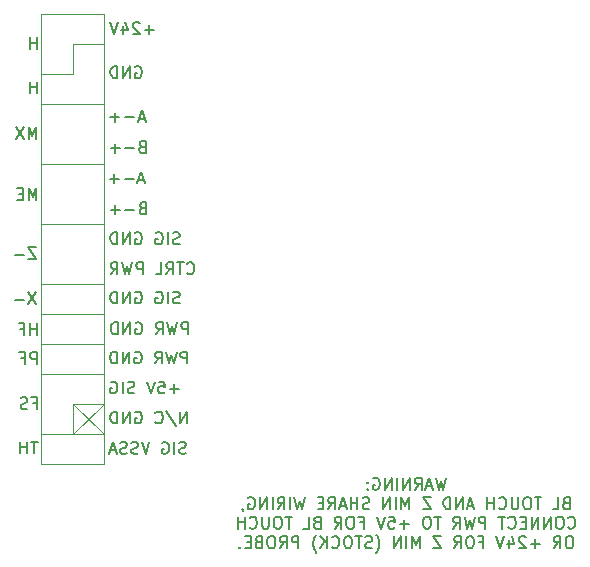
<source format=gbo>
G04 #@! TF.GenerationSoftware,KiCad,Pcbnew,(5.1.9)-1*
G04 #@! TF.CreationDate,2021-05-01T21:25:22-04:00*
G04 #@! TF.ProjectId,Transfer_Board,5472616e-7366-4657-925f-426f6172642e,rev?*
G04 #@! TF.SameCoordinates,Original*
G04 #@! TF.FileFunction,Legend,Bot*
G04 #@! TF.FilePolarity,Positive*
%FSLAX46Y46*%
G04 Gerber Fmt 4.6, Leading zero omitted, Abs format (unit mm)*
G04 Created by KiCad (PCBNEW (5.1.9)-1) date 2021-05-01 21:25:22*
%MOMM*%
%LPD*%
G01*
G04 APERTURE LIST*
%ADD10C,0.150000*%
%ADD11C,0.120000*%
G04 APERTURE END LIST*
D10*
X137873952Y-91465380D02*
X137635857Y-92465380D01*
X137445380Y-91751095D01*
X137254904Y-92465380D01*
X137016809Y-91465380D01*
X136683476Y-92179666D02*
X136207285Y-92179666D01*
X136778714Y-92465380D02*
X136445380Y-91465380D01*
X136112047Y-92465380D01*
X135207285Y-92465380D02*
X135540619Y-91989190D01*
X135778714Y-92465380D02*
X135778714Y-91465380D01*
X135397761Y-91465380D01*
X135302523Y-91513000D01*
X135254904Y-91560619D01*
X135207285Y-91655857D01*
X135207285Y-91798714D01*
X135254904Y-91893952D01*
X135302523Y-91941571D01*
X135397761Y-91989190D01*
X135778714Y-91989190D01*
X134778714Y-92465380D02*
X134778714Y-91465380D01*
X134207285Y-92465380D01*
X134207285Y-91465380D01*
X133731095Y-92465380D02*
X133731095Y-91465380D01*
X133254904Y-92465380D02*
X133254904Y-91465380D01*
X132683476Y-92465380D01*
X132683476Y-91465380D01*
X131683476Y-91513000D02*
X131778714Y-91465380D01*
X131921571Y-91465380D01*
X132064428Y-91513000D01*
X132159666Y-91608238D01*
X132207285Y-91703476D01*
X132254904Y-91893952D01*
X132254904Y-92036809D01*
X132207285Y-92227285D01*
X132159666Y-92322523D01*
X132064428Y-92417761D01*
X131921571Y-92465380D01*
X131826333Y-92465380D01*
X131683476Y-92417761D01*
X131635857Y-92370142D01*
X131635857Y-92036809D01*
X131826333Y-92036809D01*
X131207285Y-92370142D02*
X131159666Y-92417761D01*
X131207285Y-92465380D01*
X131254904Y-92417761D01*
X131207285Y-92370142D01*
X131207285Y-92465380D01*
X131207285Y-91846333D02*
X131159666Y-91893952D01*
X131207285Y-91941571D01*
X131254904Y-91893952D01*
X131207285Y-91846333D01*
X131207285Y-91941571D01*
X148016809Y-93591571D02*
X147873952Y-93639190D01*
X147826333Y-93686809D01*
X147778714Y-93782047D01*
X147778714Y-93924904D01*
X147826333Y-94020142D01*
X147873952Y-94067761D01*
X147969190Y-94115380D01*
X148350142Y-94115380D01*
X148350142Y-93115380D01*
X148016809Y-93115380D01*
X147921571Y-93163000D01*
X147873952Y-93210619D01*
X147826333Y-93305857D01*
X147826333Y-93401095D01*
X147873952Y-93496333D01*
X147921571Y-93543952D01*
X148016809Y-93591571D01*
X148350142Y-93591571D01*
X146873952Y-94115380D02*
X147350142Y-94115380D01*
X147350142Y-93115380D01*
X145921571Y-93115380D02*
X145350142Y-93115380D01*
X145635857Y-94115380D02*
X145635857Y-93115380D01*
X144826333Y-93115380D02*
X144635857Y-93115380D01*
X144540619Y-93163000D01*
X144445380Y-93258238D01*
X144397761Y-93448714D01*
X144397761Y-93782047D01*
X144445380Y-93972523D01*
X144540619Y-94067761D01*
X144635857Y-94115380D01*
X144826333Y-94115380D01*
X144921571Y-94067761D01*
X145016809Y-93972523D01*
X145064428Y-93782047D01*
X145064428Y-93448714D01*
X145016809Y-93258238D01*
X144921571Y-93163000D01*
X144826333Y-93115380D01*
X143969190Y-93115380D02*
X143969190Y-93924904D01*
X143921571Y-94020142D01*
X143873952Y-94067761D01*
X143778714Y-94115380D01*
X143588238Y-94115380D01*
X143493000Y-94067761D01*
X143445380Y-94020142D01*
X143397761Y-93924904D01*
X143397761Y-93115380D01*
X142350142Y-94020142D02*
X142397761Y-94067761D01*
X142540619Y-94115380D01*
X142635857Y-94115380D01*
X142778714Y-94067761D01*
X142873952Y-93972523D01*
X142921571Y-93877285D01*
X142969190Y-93686809D01*
X142969190Y-93543952D01*
X142921571Y-93353476D01*
X142873952Y-93258238D01*
X142778714Y-93163000D01*
X142635857Y-93115380D01*
X142540619Y-93115380D01*
X142397761Y-93163000D01*
X142350142Y-93210619D01*
X141921571Y-94115380D02*
X141921571Y-93115380D01*
X141921571Y-93591571D02*
X141350142Y-93591571D01*
X141350142Y-94115380D02*
X141350142Y-93115380D01*
X140159666Y-93829666D02*
X139683476Y-93829666D01*
X140254904Y-94115380D02*
X139921571Y-93115380D01*
X139588238Y-94115380D01*
X139254904Y-94115380D02*
X139254904Y-93115380D01*
X138683476Y-94115380D01*
X138683476Y-93115380D01*
X138207285Y-94115380D02*
X138207285Y-93115380D01*
X137969190Y-93115380D01*
X137826333Y-93163000D01*
X137731095Y-93258238D01*
X137683476Y-93353476D01*
X137635857Y-93543952D01*
X137635857Y-93686809D01*
X137683476Y-93877285D01*
X137731095Y-93972523D01*
X137826333Y-94067761D01*
X137969190Y-94115380D01*
X138207285Y-94115380D01*
X136540619Y-93115380D02*
X135873952Y-93115380D01*
X136540619Y-94115380D01*
X135873952Y-94115380D01*
X134731095Y-94115380D02*
X134731095Y-93115380D01*
X134397761Y-93829666D01*
X134064428Y-93115380D01*
X134064428Y-94115380D01*
X133588238Y-94115380D02*
X133588238Y-93115380D01*
X133112047Y-94115380D02*
X133112047Y-93115380D01*
X132540619Y-94115380D01*
X132540619Y-93115380D01*
X131350142Y-94067761D02*
X131207285Y-94115380D01*
X130969190Y-94115380D01*
X130873952Y-94067761D01*
X130826333Y-94020142D01*
X130778714Y-93924904D01*
X130778714Y-93829666D01*
X130826333Y-93734428D01*
X130873952Y-93686809D01*
X130969190Y-93639190D01*
X131159666Y-93591571D01*
X131254904Y-93543952D01*
X131302523Y-93496333D01*
X131350142Y-93401095D01*
X131350142Y-93305857D01*
X131302523Y-93210619D01*
X131254904Y-93163000D01*
X131159666Y-93115380D01*
X130921571Y-93115380D01*
X130778714Y-93163000D01*
X130350142Y-94115380D02*
X130350142Y-93115380D01*
X130350142Y-93591571D02*
X129778714Y-93591571D01*
X129778714Y-94115380D02*
X129778714Y-93115380D01*
X129350142Y-93829666D02*
X128873952Y-93829666D01*
X129445380Y-94115380D02*
X129112047Y-93115380D01*
X128778714Y-94115380D01*
X127873952Y-94115380D02*
X128207285Y-93639190D01*
X128445380Y-94115380D02*
X128445380Y-93115380D01*
X128064428Y-93115380D01*
X127969190Y-93163000D01*
X127921571Y-93210619D01*
X127873952Y-93305857D01*
X127873952Y-93448714D01*
X127921571Y-93543952D01*
X127969190Y-93591571D01*
X128064428Y-93639190D01*
X128445380Y-93639190D01*
X127445380Y-93591571D02*
X127112047Y-93591571D01*
X126969190Y-94115380D02*
X127445380Y-94115380D01*
X127445380Y-93115380D01*
X126969190Y-93115380D01*
X125873952Y-93115380D02*
X125635857Y-94115380D01*
X125445380Y-93401095D01*
X125254904Y-94115380D01*
X125016809Y-93115380D01*
X124635857Y-94115380D02*
X124635857Y-93115380D01*
X123588238Y-94115380D02*
X123921571Y-93639190D01*
X124159666Y-94115380D02*
X124159666Y-93115380D01*
X123778714Y-93115380D01*
X123683476Y-93163000D01*
X123635857Y-93210619D01*
X123588238Y-93305857D01*
X123588238Y-93448714D01*
X123635857Y-93543952D01*
X123683476Y-93591571D01*
X123778714Y-93639190D01*
X124159666Y-93639190D01*
X123159666Y-94115380D02*
X123159666Y-93115380D01*
X122683476Y-94115380D02*
X122683476Y-93115380D01*
X122112047Y-94115380D01*
X122112047Y-93115380D01*
X121112047Y-93163000D02*
X121207285Y-93115380D01*
X121350142Y-93115380D01*
X121493000Y-93163000D01*
X121588238Y-93258238D01*
X121635857Y-93353476D01*
X121683476Y-93543952D01*
X121683476Y-93686809D01*
X121635857Y-93877285D01*
X121588238Y-93972523D01*
X121493000Y-94067761D01*
X121350142Y-94115380D01*
X121254904Y-94115380D01*
X121112047Y-94067761D01*
X121064428Y-94020142D01*
X121064428Y-93686809D01*
X121254904Y-93686809D01*
X120588238Y-94067761D02*
X120588238Y-94115380D01*
X120635857Y-94210619D01*
X120683476Y-94258238D01*
X148183476Y-95670142D02*
X148231095Y-95717761D01*
X148373952Y-95765380D01*
X148469190Y-95765380D01*
X148612047Y-95717761D01*
X148707285Y-95622523D01*
X148754904Y-95527285D01*
X148802523Y-95336809D01*
X148802523Y-95193952D01*
X148754904Y-95003476D01*
X148707285Y-94908238D01*
X148612047Y-94813000D01*
X148469190Y-94765380D01*
X148373952Y-94765380D01*
X148231095Y-94813000D01*
X148183476Y-94860619D01*
X147564428Y-94765380D02*
X147373952Y-94765380D01*
X147278714Y-94813000D01*
X147183476Y-94908238D01*
X147135857Y-95098714D01*
X147135857Y-95432047D01*
X147183476Y-95622523D01*
X147278714Y-95717761D01*
X147373952Y-95765380D01*
X147564428Y-95765380D01*
X147659666Y-95717761D01*
X147754904Y-95622523D01*
X147802523Y-95432047D01*
X147802523Y-95098714D01*
X147754904Y-94908238D01*
X147659666Y-94813000D01*
X147564428Y-94765380D01*
X146707285Y-95765380D02*
X146707285Y-94765380D01*
X146135857Y-95765380D01*
X146135857Y-94765380D01*
X145659666Y-95765380D02*
X145659666Y-94765380D01*
X145088238Y-95765380D01*
X145088238Y-94765380D01*
X144612047Y-95241571D02*
X144278714Y-95241571D01*
X144135857Y-95765380D02*
X144612047Y-95765380D01*
X144612047Y-94765380D01*
X144135857Y-94765380D01*
X143135857Y-95670142D02*
X143183476Y-95717761D01*
X143326333Y-95765380D01*
X143421571Y-95765380D01*
X143564428Y-95717761D01*
X143659666Y-95622523D01*
X143707285Y-95527285D01*
X143754904Y-95336809D01*
X143754904Y-95193952D01*
X143707285Y-95003476D01*
X143659666Y-94908238D01*
X143564428Y-94813000D01*
X143421571Y-94765380D01*
X143326333Y-94765380D01*
X143183476Y-94813000D01*
X143135857Y-94860619D01*
X142850142Y-94765380D02*
X142278714Y-94765380D01*
X142564428Y-95765380D02*
X142564428Y-94765380D01*
X141183476Y-95765380D02*
X141183476Y-94765380D01*
X140802523Y-94765380D01*
X140707285Y-94813000D01*
X140659666Y-94860619D01*
X140612047Y-94955857D01*
X140612047Y-95098714D01*
X140659666Y-95193952D01*
X140707285Y-95241571D01*
X140802523Y-95289190D01*
X141183476Y-95289190D01*
X140278714Y-94765380D02*
X140040619Y-95765380D01*
X139850142Y-95051095D01*
X139659666Y-95765380D01*
X139421571Y-94765380D01*
X138469190Y-95765380D02*
X138802523Y-95289190D01*
X139040619Y-95765380D02*
X139040619Y-94765380D01*
X138659666Y-94765380D01*
X138564428Y-94813000D01*
X138516809Y-94860619D01*
X138469190Y-94955857D01*
X138469190Y-95098714D01*
X138516809Y-95193952D01*
X138564428Y-95241571D01*
X138659666Y-95289190D01*
X139040619Y-95289190D01*
X137421571Y-94765380D02*
X136850142Y-94765380D01*
X137135857Y-95765380D02*
X137135857Y-94765380D01*
X136326333Y-94765380D02*
X136135857Y-94765380D01*
X136040619Y-94813000D01*
X135945380Y-94908238D01*
X135897761Y-95098714D01*
X135897761Y-95432047D01*
X135945380Y-95622523D01*
X136040619Y-95717761D01*
X136135857Y-95765380D01*
X136326333Y-95765380D01*
X136421571Y-95717761D01*
X136516809Y-95622523D01*
X136564428Y-95432047D01*
X136564428Y-95098714D01*
X136516809Y-94908238D01*
X136421571Y-94813000D01*
X136326333Y-94765380D01*
X134707285Y-95384428D02*
X133945380Y-95384428D01*
X134326333Y-95765380D02*
X134326333Y-95003476D01*
X132993000Y-94765380D02*
X133469190Y-94765380D01*
X133516809Y-95241571D01*
X133469190Y-95193952D01*
X133373952Y-95146333D01*
X133135857Y-95146333D01*
X133040619Y-95193952D01*
X132993000Y-95241571D01*
X132945380Y-95336809D01*
X132945380Y-95574904D01*
X132993000Y-95670142D01*
X133040619Y-95717761D01*
X133135857Y-95765380D01*
X133373952Y-95765380D01*
X133469190Y-95717761D01*
X133516809Y-95670142D01*
X132659666Y-94765380D02*
X132326333Y-95765380D01*
X131993000Y-94765380D01*
X130564428Y-95241571D02*
X130897761Y-95241571D01*
X130897761Y-95765380D02*
X130897761Y-94765380D01*
X130421571Y-94765380D01*
X129850142Y-94765380D02*
X129659666Y-94765380D01*
X129564428Y-94813000D01*
X129469190Y-94908238D01*
X129421571Y-95098714D01*
X129421571Y-95432047D01*
X129469190Y-95622523D01*
X129564428Y-95717761D01*
X129659666Y-95765380D01*
X129850142Y-95765380D01*
X129945380Y-95717761D01*
X130040619Y-95622523D01*
X130088238Y-95432047D01*
X130088238Y-95098714D01*
X130040619Y-94908238D01*
X129945380Y-94813000D01*
X129850142Y-94765380D01*
X128421571Y-95765380D02*
X128754904Y-95289190D01*
X128993000Y-95765380D02*
X128993000Y-94765380D01*
X128612047Y-94765380D01*
X128516809Y-94813000D01*
X128469190Y-94860619D01*
X128421571Y-94955857D01*
X128421571Y-95098714D01*
X128469190Y-95193952D01*
X128516809Y-95241571D01*
X128612047Y-95289190D01*
X128993000Y-95289190D01*
X126897761Y-95241571D02*
X126754904Y-95289190D01*
X126707285Y-95336809D01*
X126659666Y-95432047D01*
X126659666Y-95574904D01*
X126707285Y-95670142D01*
X126754904Y-95717761D01*
X126850142Y-95765380D01*
X127231095Y-95765380D01*
X127231095Y-94765380D01*
X126897761Y-94765380D01*
X126802523Y-94813000D01*
X126754904Y-94860619D01*
X126707285Y-94955857D01*
X126707285Y-95051095D01*
X126754904Y-95146333D01*
X126802523Y-95193952D01*
X126897761Y-95241571D01*
X127231095Y-95241571D01*
X125754904Y-95765380D02*
X126231095Y-95765380D01*
X126231095Y-94765380D01*
X124802523Y-94765380D02*
X124231095Y-94765380D01*
X124516809Y-95765380D02*
X124516809Y-94765380D01*
X123707285Y-94765380D02*
X123516809Y-94765380D01*
X123421571Y-94813000D01*
X123326333Y-94908238D01*
X123278714Y-95098714D01*
X123278714Y-95432047D01*
X123326333Y-95622523D01*
X123421571Y-95717761D01*
X123516809Y-95765380D01*
X123707285Y-95765380D01*
X123802523Y-95717761D01*
X123897761Y-95622523D01*
X123945380Y-95432047D01*
X123945380Y-95098714D01*
X123897761Y-94908238D01*
X123802523Y-94813000D01*
X123707285Y-94765380D01*
X122850142Y-94765380D02*
X122850142Y-95574904D01*
X122802523Y-95670142D01*
X122754904Y-95717761D01*
X122659666Y-95765380D01*
X122469190Y-95765380D01*
X122373952Y-95717761D01*
X122326333Y-95670142D01*
X122278714Y-95574904D01*
X122278714Y-94765380D01*
X121231095Y-95670142D02*
X121278714Y-95717761D01*
X121421571Y-95765380D01*
X121516809Y-95765380D01*
X121659666Y-95717761D01*
X121754904Y-95622523D01*
X121802523Y-95527285D01*
X121850142Y-95336809D01*
X121850142Y-95193952D01*
X121802523Y-95003476D01*
X121754904Y-94908238D01*
X121659666Y-94813000D01*
X121516809Y-94765380D01*
X121421571Y-94765380D01*
X121278714Y-94813000D01*
X121231095Y-94860619D01*
X120802523Y-95765380D02*
X120802523Y-94765380D01*
X120802523Y-95241571D02*
X120231095Y-95241571D01*
X120231095Y-95765380D02*
X120231095Y-94765380D01*
X148397761Y-96415380D02*
X148207285Y-96415380D01*
X148112047Y-96463000D01*
X148016809Y-96558238D01*
X147969190Y-96748714D01*
X147969190Y-97082047D01*
X148016809Y-97272523D01*
X148112047Y-97367761D01*
X148207285Y-97415380D01*
X148397761Y-97415380D01*
X148493000Y-97367761D01*
X148588238Y-97272523D01*
X148635857Y-97082047D01*
X148635857Y-96748714D01*
X148588238Y-96558238D01*
X148493000Y-96463000D01*
X148397761Y-96415380D01*
X146969190Y-97415380D02*
X147302523Y-96939190D01*
X147540619Y-97415380D02*
X147540619Y-96415380D01*
X147159666Y-96415380D01*
X147064428Y-96463000D01*
X147016809Y-96510619D01*
X146969190Y-96605857D01*
X146969190Y-96748714D01*
X147016809Y-96843952D01*
X147064428Y-96891571D01*
X147159666Y-96939190D01*
X147540619Y-96939190D01*
X145778714Y-97034428D02*
X145016809Y-97034428D01*
X145397761Y-97415380D02*
X145397761Y-96653476D01*
X144588238Y-96510619D02*
X144540619Y-96463000D01*
X144445380Y-96415380D01*
X144207285Y-96415380D01*
X144112047Y-96463000D01*
X144064428Y-96510619D01*
X144016809Y-96605857D01*
X144016809Y-96701095D01*
X144064428Y-96843952D01*
X144635857Y-97415380D01*
X144016809Y-97415380D01*
X143159666Y-96748714D02*
X143159666Y-97415380D01*
X143397761Y-96367761D02*
X143635857Y-97082047D01*
X143016809Y-97082047D01*
X142778714Y-96415380D02*
X142445380Y-97415380D01*
X142112047Y-96415380D01*
X140683476Y-96891571D02*
X141016809Y-96891571D01*
X141016809Y-97415380D02*
X141016809Y-96415380D01*
X140540619Y-96415380D01*
X139969190Y-96415380D02*
X139778714Y-96415380D01*
X139683476Y-96463000D01*
X139588238Y-96558238D01*
X139540619Y-96748714D01*
X139540619Y-97082047D01*
X139588238Y-97272523D01*
X139683476Y-97367761D01*
X139778714Y-97415380D01*
X139969190Y-97415380D01*
X140064428Y-97367761D01*
X140159666Y-97272523D01*
X140207285Y-97082047D01*
X140207285Y-96748714D01*
X140159666Y-96558238D01*
X140064428Y-96463000D01*
X139969190Y-96415380D01*
X138540619Y-97415380D02*
X138873952Y-96939190D01*
X139112047Y-97415380D02*
X139112047Y-96415380D01*
X138731095Y-96415380D01*
X138635857Y-96463000D01*
X138588238Y-96510619D01*
X138540619Y-96605857D01*
X138540619Y-96748714D01*
X138588238Y-96843952D01*
X138635857Y-96891571D01*
X138731095Y-96939190D01*
X139112047Y-96939190D01*
X137445380Y-96415380D02*
X136778714Y-96415380D01*
X137445380Y-97415380D01*
X136778714Y-97415380D01*
X135635857Y-97415380D02*
X135635857Y-96415380D01*
X135302523Y-97129666D01*
X134969190Y-96415380D01*
X134969190Y-97415380D01*
X134493000Y-97415380D02*
X134493000Y-96415380D01*
X134016809Y-97415380D02*
X134016809Y-96415380D01*
X133445380Y-97415380D01*
X133445380Y-96415380D01*
X131921571Y-97796333D02*
X131969190Y-97748714D01*
X132064428Y-97605857D01*
X132112047Y-97510619D01*
X132159666Y-97367761D01*
X132207285Y-97129666D01*
X132207285Y-96939190D01*
X132159666Y-96701095D01*
X132112047Y-96558238D01*
X132064428Y-96463000D01*
X131969190Y-96320142D01*
X131921571Y-96272523D01*
X131588238Y-97367761D02*
X131445380Y-97415380D01*
X131207285Y-97415380D01*
X131112047Y-97367761D01*
X131064428Y-97320142D01*
X131016809Y-97224904D01*
X131016809Y-97129666D01*
X131064428Y-97034428D01*
X131112047Y-96986809D01*
X131207285Y-96939190D01*
X131397761Y-96891571D01*
X131493000Y-96843952D01*
X131540619Y-96796333D01*
X131588238Y-96701095D01*
X131588238Y-96605857D01*
X131540619Y-96510619D01*
X131493000Y-96463000D01*
X131397761Y-96415380D01*
X131159666Y-96415380D01*
X131016809Y-96463000D01*
X130731095Y-96415380D02*
X130159666Y-96415380D01*
X130445380Y-97415380D02*
X130445380Y-96415380D01*
X129635857Y-96415380D02*
X129445380Y-96415380D01*
X129350142Y-96463000D01*
X129254904Y-96558238D01*
X129207285Y-96748714D01*
X129207285Y-97082047D01*
X129254904Y-97272523D01*
X129350142Y-97367761D01*
X129445380Y-97415380D01*
X129635857Y-97415380D01*
X129731095Y-97367761D01*
X129826333Y-97272523D01*
X129873952Y-97082047D01*
X129873952Y-96748714D01*
X129826333Y-96558238D01*
X129731095Y-96463000D01*
X129635857Y-96415380D01*
X128207285Y-97320142D02*
X128254904Y-97367761D01*
X128397761Y-97415380D01*
X128493000Y-97415380D01*
X128635857Y-97367761D01*
X128731095Y-97272523D01*
X128778714Y-97177285D01*
X128826333Y-96986809D01*
X128826333Y-96843952D01*
X128778714Y-96653476D01*
X128731095Y-96558238D01*
X128635857Y-96463000D01*
X128493000Y-96415380D01*
X128397761Y-96415380D01*
X128254904Y-96463000D01*
X128207285Y-96510619D01*
X127778714Y-97415380D02*
X127778714Y-96415380D01*
X127207285Y-97415380D02*
X127635857Y-96843952D01*
X127207285Y-96415380D02*
X127778714Y-96986809D01*
X126873952Y-97796333D02*
X126826333Y-97748714D01*
X126731095Y-97605857D01*
X126683476Y-97510619D01*
X126635857Y-97367761D01*
X126588238Y-97129666D01*
X126588238Y-96939190D01*
X126635857Y-96701095D01*
X126683476Y-96558238D01*
X126731095Y-96463000D01*
X126826333Y-96320142D01*
X126873952Y-96272523D01*
X125350142Y-97415380D02*
X125350142Y-96415380D01*
X124969190Y-96415380D01*
X124873952Y-96463000D01*
X124826333Y-96510619D01*
X124778714Y-96605857D01*
X124778714Y-96748714D01*
X124826333Y-96843952D01*
X124873952Y-96891571D01*
X124969190Y-96939190D01*
X125350142Y-96939190D01*
X123778714Y-97415380D02*
X124112047Y-96939190D01*
X124350142Y-97415380D02*
X124350142Y-96415380D01*
X123969190Y-96415380D01*
X123873952Y-96463000D01*
X123826333Y-96510619D01*
X123778714Y-96605857D01*
X123778714Y-96748714D01*
X123826333Y-96843952D01*
X123873952Y-96891571D01*
X123969190Y-96939190D01*
X124350142Y-96939190D01*
X123159666Y-96415380D02*
X122969190Y-96415380D01*
X122873952Y-96463000D01*
X122778714Y-96558238D01*
X122731095Y-96748714D01*
X122731095Y-97082047D01*
X122778714Y-97272523D01*
X122873952Y-97367761D01*
X122969190Y-97415380D01*
X123159666Y-97415380D01*
X123254904Y-97367761D01*
X123350142Y-97272523D01*
X123397761Y-97082047D01*
X123397761Y-96748714D01*
X123350142Y-96558238D01*
X123254904Y-96463000D01*
X123159666Y-96415380D01*
X121969190Y-96891571D02*
X121826333Y-96939190D01*
X121778714Y-96986809D01*
X121731095Y-97082047D01*
X121731095Y-97224904D01*
X121778714Y-97320142D01*
X121826333Y-97367761D01*
X121921571Y-97415380D01*
X122302523Y-97415380D01*
X122302523Y-96415380D01*
X121969190Y-96415380D01*
X121873952Y-96463000D01*
X121826333Y-96510619D01*
X121778714Y-96605857D01*
X121778714Y-96701095D01*
X121826333Y-96796333D01*
X121873952Y-96843952D01*
X121969190Y-96891571D01*
X122302523Y-96891571D01*
X121302523Y-96891571D02*
X120969190Y-96891571D01*
X120826333Y-97415380D02*
X121302523Y-97415380D01*
X121302523Y-96415380D01*
X120826333Y-96415380D01*
X120397761Y-97320142D02*
X120350142Y-97367761D01*
X120397761Y-97415380D01*
X120445380Y-97367761D01*
X120397761Y-97320142D01*
X120397761Y-97415380D01*
X115225152Y-83942228D02*
X114463247Y-83942228D01*
X114844200Y-84323180D02*
X114844200Y-83561276D01*
X113510866Y-83323180D02*
X113987057Y-83323180D01*
X114034676Y-83799371D01*
X113987057Y-83751752D01*
X113891819Y-83704133D01*
X113653723Y-83704133D01*
X113558485Y-83751752D01*
X113510866Y-83799371D01*
X113463247Y-83894609D01*
X113463247Y-84132704D01*
X113510866Y-84227942D01*
X113558485Y-84275561D01*
X113653723Y-84323180D01*
X113891819Y-84323180D01*
X113987057Y-84275561D01*
X114034676Y-84227942D01*
X113177533Y-83323180D02*
X112844200Y-84323180D01*
X112510866Y-83323180D01*
X111463247Y-84275561D02*
X111320390Y-84323180D01*
X111082295Y-84323180D01*
X110987057Y-84275561D01*
X110939438Y-84227942D01*
X110891819Y-84132704D01*
X110891819Y-84037466D01*
X110939438Y-83942228D01*
X110987057Y-83894609D01*
X111082295Y-83846990D01*
X111272771Y-83799371D01*
X111368009Y-83751752D01*
X111415628Y-83704133D01*
X111463247Y-83608895D01*
X111463247Y-83513657D01*
X111415628Y-83418419D01*
X111368009Y-83370800D01*
X111272771Y-83323180D01*
X111034676Y-83323180D01*
X110891819Y-83370800D01*
X110463247Y-84323180D02*
X110463247Y-83323180D01*
X109463247Y-83370800D02*
X109558485Y-83323180D01*
X109701342Y-83323180D01*
X109844200Y-83370800D01*
X109939438Y-83466038D01*
X109987057Y-83561276D01*
X110034676Y-83751752D01*
X110034676Y-83894609D01*
X109987057Y-84085085D01*
X109939438Y-84180323D01*
X109844200Y-84275561D01*
X109701342Y-84323180D01*
X109606104Y-84323180D01*
X109463247Y-84275561D01*
X109415628Y-84227942D01*
X109415628Y-83894609D01*
X109606104Y-83894609D01*
X115914085Y-86863180D02*
X115914085Y-85863180D01*
X115342657Y-86863180D01*
X115342657Y-85863180D01*
X114152180Y-85815561D02*
X115009323Y-87101276D01*
X113247419Y-86767942D02*
X113295038Y-86815561D01*
X113437895Y-86863180D01*
X113533133Y-86863180D01*
X113675990Y-86815561D01*
X113771228Y-86720323D01*
X113818847Y-86625085D01*
X113866466Y-86434609D01*
X113866466Y-86291752D01*
X113818847Y-86101276D01*
X113771228Y-86006038D01*
X113675990Y-85910800D01*
X113533133Y-85863180D01*
X113437895Y-85863180D01*
X113295038Y-85910800D01*
X113247419Y-85958419D01*
X111533133Y-85910800D02*
X111628371Y-85863180D01*
X111771228Y-85863180D01*
X111914085Y-85910800D01*
X112009323Y-86006038D01*
X112056942Y-86101276D01*
X112104561Y-86291752D01*
X112104561Y-86434609D01*
X112056942Y-86625085D01*
X112009323Y-86720323D01*
X111914085Y-86815561D01*
X111771228Y-86863180D01*
X111675990Y-86863180D01*
X111533133Y-86815561D01*
X111485514Y-86767942D01*
X111485514Y-86434609D01*
X111675990Y-86434609D01*
X111056942Y-86863180D02*
X111056942Y-85863180D01*
X110485514Y-86863180D01*
X110485514Y-85863180D01*
X110009323Y-86863180D02*
X110009323Y-85863180D01*
X109771228Y-85863180D01*
X109628371Y-85910800D01*
X109533133Y-86006038D01*
X109485514Y-86101276D01*
X109437895Y-86291752D01*
X109437895Y-86434609D01*
X109485514Y-86625085D01*
X109533133Y-86720323D01*
X109628371Y-86815561D01*
X109771228Y-86863180D01*
X110009323Y-86863180D01*
X115837885Y-89380961D02*
X115695028Y-89428580D01*
X115456933Y-89428580D01*
X115361695Y-89380961D01*
X115314076Y-89333342D01*
X115266457Y-89238104D01*
X115266457Y-89142866D01*
X115314076Y-89047628D01*
X115361695Y-89000009D01*
X115456933Y-88952390D01*
X115647409Y-88904771D01*
X115742647Y-88857152D01*
X115790266Y-88809533D01*
X115837885Y-88714295D01*
X115837885Y-88619057D01*
X115790266Y-88523819D01*
X115742647Y-88476200D01*
X115647409Y-88428580D01*
X115409314Y-88428580D01*
X115266457Y-88476200D01*
X114837885Y-89428580D02*
X114837885Y-88428580D01*
X113837885Y-88476200D02*
X113933123Y-88428580D01*
X114075980Y-88428580D01*
X114218838Y-88476200D01*
X114314076Y-88571438D01*
X114361695Y-88666676D01*
X114409314Y-88857152D01*
X114409314Y-89000009D01*
X114361695Y-89190485D01*
X114314076Y-89285723D01*
X114218838Y-89380961D01*
X114075980Y-89428580D01*
X113980742Y-89428580D01*
X113837885Y-89380961D01*
X113790266Y-89333342D01*
X113790266Y-89000009D01*
X113980742Y-89000009D01*
X112742647Y-88428580D02*
X112409314Y-89428580D01*
X112075980Y-88428580D01*
X111790266Y-89380961D02*
X111647409Y-89428580D01*
X111409314Y-89428580D01*
X111314076Y-89380961D01*
X111266457Y-89333342D01*
X111218838Y-89238104D01*
X111218838Y-89142866D01*
X111266457Y-89047628D01*
X111314076Y-89000009D01*
X111409314Y-88952390D01*
X111599790Y-88904771D01*
X111695028Y-88857152D01*
X111742647Y-88809533D01*
X111790266Y-88714295D01*
X111790266Y-88619057D01*
X111742647Y-88523819D01*
X111695028Y-88476200D01*
X111599790Y-88428580D01*
X111361695Y-88428580D01*
X111218838Y-88476200D01*
X110837885Y-89380961D02*
X110695028Y-89428580D01*
X110456933Y-89428580D01*
X110361695Y-89380961D01*
X110314076Y-89333342D01*
X110266457Y-89238104D01*
X110266457Y-89142866D01*
X110314076Y-89047628D01*
X110361695Y-89000009D01*
X110456933Y-88952390D01*
X110647409Y-88904771D01*
X110742647Y-88857152D01*
X110790266Y-88809533D01*
X110837885Y-88714295D01*
X110837885Y-88619057D01*
X110790266Y-88523819D01*
X110742647Y-88476200D01*
X110647409Y-88428580D01*
X110409314Y-88428580D01*
X110266457Y-88476200D01*
X109885504Y-89142866D02*
X109409314Y-89142866D01*
X109980742Y-89428580D02*
X109647409Y-88428580D01*
X109314076Y-89428580D01*
X115937895Y-81783180D02*
X115937895Y-80783180D01*
X115556942Y-80783180D01*
X115461704Y-80830800D01*
X115414085Y-80878419D01*
X115366466Y-80973657D01*
X115366466Y-81116514D01*
X115414085Y-81211752D01*
X115461704Y-81259371D01*
X115556942Y-81306990D01*
X115937895Y-81306990D01*
X115033133Y-80783180D02*
X114795038Y-81783180D01*
X114604561Y-81068895D01*
X114414085Y-81783180D01*
X114175990Y-80783180D01*
X113223609Y-81783180D02*
X113556942Y-81306990D01*
X113795038Y-81783180D02*
X113795038Y-80783180D01*
X113414085Y-80783180D01*
X113318847Y-80830800D01*
X113271228Y-80878419D01*
X113223609Y-80973657D01*
X113223609Y-81116514D01*
X113271228Y-81211752D01*
X113318847Y-81259371D01*
X113414085Y-81306990D01*
X113795038Y-81306990D01*
X111509323Y-80830800D02*
X111604561Y-80783180D01*
X111747419Y-80783180D01*
X111890276Y-80830800D01*
X111985514Y-80926038D01*
X112033133Y-81021276D01*
X112080752Y-81211752D01*
X112080752Y-81354609D01*
X112033133Y-81545085D01*
X111985514Y-81640323D01*
X111890276Y-81735561D01*
X111747419Y-81783180D01*
X111652180Y-81783180D01*
X111509323Y-81735561D01*
X111461704Y-81687942D01*
X111461704Y-81354609D01*
X111652180Y-81354609D01*
X111033133Y-81783180D02*
X111033133Y-80783180D01*
X110461704Y-81783180D01*
X110461704Y-80783180D01*
X109985514Y-81783180D02*
X109985514Y-80783180D01*
X109747419Y-80783180D01*
X109604561Y-80830800D01*
X109509323Y-80926038D01*
X109461704Y-81021276D01*
X109414085Y-81211752D01*
X109414085Y-81354609D01*
X109461704Y-81545085D01*
X109509323Y-81640323D01*
X109604561Y-81735561D01*
X109747419Y-81783180D01*
X109985514Y-81783180D01*
X115988695Y-79306680D02*
X115988695Y-78306680D01*
X115607742Y-78306680D01*
X115512504Y-78354300D01*
X115464885Y-78401919D01*
X115417266Y-78497157D01*
X115417266Y-78640014D01*
X115464885Y-78735252D01*
X115512504Y-78782871D01*
X115607742Y-78830490D01*
X115988695Y-78830490D01*
X115083933Y-78306680D02*
X114845838Y-79306680D01*
X114655361Y-78592395D01*
X114464885Y-79306680D01*
X114226790Y-78306680D01*
X113274409Y-79306680D02*
X113607742Y-78830490D01*
X113845838Y-79306680D02*
X113845838Y-78306680D01*
X113464885Y-78306680D01*
X113369647Y-78354300D01*
X113322028Y-78401919D01*
X113274409Y-78497157D01*
X113274409Y-78640014D01*
X113322028Y-78735252D01*
X113369647Y-78782871D01*
X113464885Y-78830490D01*
X113845838Y-78830490D01*
X111560123Y-78354300D02*
X111655361Y-78306680D01*
X111798219Y-78306680D01*
X111941076Y-78354300D01*
X112036314Y-78449538D01*
X112083933Y-78544776D01*
X112131552Y-78735252D01*
X112131552Y-78878109D01*
X112083933Y-79068585D01*
X112036314Y-79163823D01*
X111941076Y-79259061D01*
X111798219Y-79306680D01*
X111702980Y-79306680D01*
X111560123Y-79259061D01*
X111512504Y-79211442D01*
X111512504Y-78878109D01*
X111702980Y-78878109D01*
X111083933Y-79306680D02*
X111083933Y-78306680D01*
X110512504Y-79306680D01*
X110512504Y-78306680D01*
X110036314Y-79306680D02*
X110036314Y-78306680D01*
X109798219Y-78306680D01*
X109655361Y-78354300D01*
X109560123Y-78449538D01*
X109512504Y-78544776D01*
X109464885Y-78735252D01*
X109464885Y-78878109D01*
X109512504Y-79068585D01*
X109560123Y-79163823D01*
X109655361Y-79259061D01*
X109798219Y-79306680D01*
X110036314Y-79306680D01*
X115298171Y-76655561D02*
X115155314Y-76703180D01*
X114917219Y-76703180D01*
X114821980Y-76655561D01*
X114774361Y-76607942D01*
X114726742Y-76512704D01*
X114726742Y-76417466D01*
X114774361Y-76322228D01*
X114821980Y-76274609D01*
X114917219Y-76226990D01*
X115107695Y-76179371D01*
X115202933Y-76131752D01*
X115250552Y-76084133D01*
X115298171Y-75988895D01*
X115298171Y-75893657D01*
X115250552Y-75798419D01*
X115202933Y-75750800D01*
X115107695Y-75703180D01*
X114869600Y-75703180D01*
X114726742Y-75750800D01*
X114298171Y-76703180D02*
X114298171Y-75703180D01*
X113298171Y-75750800D02*
X113393409Y-75703180D01*
X113536266Y-75703180D01*
X113679123Y-75750800D01*
X113774361Y-75846038D01*
X113821980Y-75941276D01*
X113869600Y-76131752D01*
X113869600Y-76274609D01*
X113821980Y-76465085D01*
X113774361Y-76560323D01*
X113679123Y-76655561D01*
X113536266Y-76703180D01*
X113441028Y-76703180D01*
X113298171Y-76655561D01*
X113250552Y-76607942D01*
X113250552Y-76274609D01*
X113441028Y-76274609D01*
X111536266Y-75750800D02*
X111631504Y-75703180D01*
X111774361Y-75703180D01*
X111917219Y-75750800D01*
X112012457Y-75846038D01*
X112060076Y-75941276D01*
X112107695Y-76131752D01*
X112107695Y-76274609D01*
X112060076Y-76465085D01*
X112012457Y-76560323D01*
X111917219Y-76655561D01*
X111774361Y-76703180D01*
X111679123Y-76703180D01*
X111536266Y-76655561D01*
X111488647Y-76607942D01*
X111488647Y-76274609D01*
X111679123Y-76274609D01*
X111060076Y-76703180D02*
X111060076Y-75703180D01*
X110488647Y-76703180D01*
X110488647Y-75703180D01*
X110012457Y-76703180D02*
X110012457Y-75703180D01*
X109774361Y-75703180D01*
X109631504Y-75750800D01*
X109536266Y-75846038D01*
X109488647Y-75941276D01*
X109441028Y-76131752D01*
X109441028Y-76274609D01*
X109488647Y-76465085D01*
X109536266Y-76560323D01*
X109631504Y-76655561D01*
X109774361Y-76703180D01*
X110012457Y-76703180D01*
X115933171Y-74131442D02*
X115980790Y-74179061D01*
X116123647Y-74226680D01*
X116218885Y-74226680D01*
X116361742Y-74179061D01*
X116456980Y-74083823D01*
X116504600Y-73988585D01*
X116552219Y-73798109D01*
X116552219Y-73655252D01*
X116504600Y-73464776D01*
X116456980Y-73369538D01*
X116361742Y-73274300D01*
X116218885Y-73226680D01*
X116123647Y-73226680D01*
X115980790Y-73274300D01*
X115933171Y-73321919D01*
X115647457Y-73226680D02*
X115076028Y-73226680D01*
X115361742Y-74226680D02*
X115361742Y-73226680D01*
X114171266Y-74226680D02*
X114504600Y-73750490D01*
X114742695Y-74226680D02*
X114742695Y-73226680D01*
X114361742Y-73226680D01*
X114266504Y-73274300D01*
X114218885Y-73321919D01*
X114171266Y-73417157D01*
X114171266Y-73560014D01*
X114218885Y-73655252D01*
X114266504Y-73702871D01*
X114361742Y-73750490D01*
X114742695Y-73750490D01*
X113266504Y-74226680D02*
X113742695Y-74226680D01*
X113742695Y-73226680D01*
X112171266Y-74226680D02*
X112171266Y-73226680D01*
X111790314Y-73226680D01*
X111695076Y-73274300D01*
X111647457Y-73321919D01*
X111599838Y-73417157D01*
X111599838Y-73560014D01*
X111647457Y-73655252D01*
X111695076Y-73702871D01*
X111790314Y-73750490D01*
X112171266Y-73750490D01*
X111266504Y-73226680D02*
X111028409Y-74226680D01*
X110837933Y-73512395D01*
X110647457Y-74226680D01*
X110409361Y-73226680D01*
X109456980Y-74226680D02*
X109790314Y-73750490D01*
X110028409Y-74226680D02*
X110028409Y-73226680D01*
X109647457Y-73226680D01*
X109552219Y-73274300D01*
X109504600Y-73321919D01*
X109456980Y-73417157D01*
X109456980Y-73560014D01*
X109504600Y-73655252D01*
X109552219Y-73702871D01*
X109647457Y-73750490D01*
X110028409Y-73750490D01*
X115298171Y-71639061D02*
X115155314Y-71686680D01*
X114917219Y-71686680D01*
X114821980Y-71639061D01*
X114774361Y-71591442D01*
X114726742Y-71496204D01*
X114726742Y-71400966D01*
X114774361Y-71305728D01*
X114821980Y-71258109D01*
X114917219Y-71210490D01*
X115107695Y-71162871D01*
X115202933Y-71115252D01*
X115250552Y-71067633D01*
X115298171Y-70972395D01*
X115298171Y-70877157D01*
X115250552Y-70781919D01*
X115202933Y-70734300D01*
X115107695Y-70686680D01*
X114869600Y-70686680D01*
X114726742Y-70734300D01*
X114298171Y-71686680D02*
X114298171Y-70686680D01*
X113298171Y-70734300D02*
X113393409Y-70686680D01*
X113536266Y-70686680D01*
X113679123Y-70734300D01*
X113774361Y-70829538D01*
X113821980Y-70924776D01*
X113869600Y-71115252D01*
X113869600Y-71258109D01*
X113821980Y-71448585D01*
X113774361Y-71543823D01*
X113679123Y-71639061D01*
X113536266Y-71686680D01*
X113441028Y-71686680D01*
X113298171Y-71639061D01*
X113250552Y-71591442D01*
X113250552Y-71258109D01*
X113441028Y-71258109D01*
X111536266Y-70734300D02*
X111631504Y-70686680D01*
X111774361Y-70686680D01*
X111917219Y-70734300D01*
X112012457Y-70829538D01*
X112060076Y-70924776D01*
X112107695Y-71115252D01*
X112107695Y-71258109D01*
X112060076Y-71448585D01*
X112012457Y-71543823D01*
X111917219Y-71639061D01*
X111774361Y-71686680D01*
X111679123Y-71686680D01*
X111536266Y-71639061D01*
X111488647Y-71591442D01*
X111488647Y-71258109D01*
X111679123Y-71258109D01*
X111060076Y-71686680D02*
X111060076Y-70686680D01*
X110488647Y-71686680D01*
X110488647Y-70686680D01*
X110012457Y-71686680D02*
X110012457Y-70686680D01*
X109774361Y-70686680D01*
X109631504Y-70734300D01*
X109536266Y-70829538D01*
X109488647Y-70924776D01*
X109441028Y-71115252D01*
X109441028Y-71258109D01*
X109488647Y-71448585D01*
X109536266Y-71543823D01*
X109631504Y-71639061D01*
X109774361Y-71686680D01*
X110012457Y-71686680D01*
X112296390Y-66257466D02*
X111820200Y-66257466D01*
X112391628Y-66543180D02*
X112058295Y-65543180D01*
X111724961Y-66543180D01*
X111391628Y-66162228D02*
X110629723Y-66162228D01*
X110153533Y-66162228D02*
X109391628Y-66162228D01*
X109772580Y-66543180D02*
X109772580Y-65781276D01*
X112139266Y-68622871D02*
X111996409Y-68670490D01*
X111948790Y-68718109D01*
X111901171Y-68813347D01*
X111901171Y-68956204D01*
X111948790Y-69051442D01*
X111996409Y-69099061D01*
X112091647Y-69146680D01*
X112472600Y-69146680D01*
X112472600Y-68146680D01*
X112139266Y-68146680D01*
X112044028Y-68194300D01*
X111996409Y-68241919D01*
X111948790Y-68337157D01*
X111948790Y-68432395D01*
X111996409Y-68527633D01*
X112044028Y-68575252D01*
X112139266Y-68622871D01*
X112472600Y-68622871D01*
X111472600Y-68765728D02*
X110710695Y-68765728D01*
X110234504Y-68765728D02*
X109472600Y-68765728D01*
X109853552Y-69146680D02*
X109853552Y-68384776D01*
X112113866Y-63415871D02*
X111971009Y-63463490D01*
X111923390Y-63511109D01*
X111875771Y-63606347D01*
X111875771Y-63749204D01*
X111923390Y-63844442D01*
X111971009Y-63892061D01*
X112066247Y-63939680D01*
X112447200Y-63939680D01*
X112447200Y-62939680D01*
X112113866Y-62939680D01*
X112018628Y-62987300D01*
X111971009Y-63034919D01*
X111923390Y-63130157D01*
X111923390Y-63225395D01*
X111971009Y-63320633D01*
X112018628Y-63368252D01*
X112113866Y-63415871D01*
X112447200Y-63415871D01*
X111447200Y-63558728D02*
X110685295Y-63558728D01*
X110209104Y-63558728D02*
X109447200Y-63558728D01*
X109828152Y-63939680D02*
X109828152Y-63177776D01*
X112321790Y-61050466D02*
X111845600Y-61050466D01*
X112417028Y-61336180D02*
X112083695Y-60336180D01*
X111750361Y-61336180D01*
X111417028Y-60955228D02*
X110655123Y-60955228D01*
X110178933Y-60955228D02*
X109417028Y-60955228D01*
X109797980Y-61336180D02*
X109797980Y-60574276D01*
X111531304Y-56675400D02*
X111626542Y-56627780D01*
X111769400Y-56627780D01*
X111912257Y-56675400D01*
X112007495Y-56770638D01*
X112055114Y-56865876D01*
X112102733Y-57056352D01*
X112102733Y-57199209D01*
X112055114Y-57389685D01*
X112007495Y-57484923D01*
X111912257Y-57580161D01*
X111769400Y-57627780D01*
X111674161Y-57627780D01*
X111531304Y-57580161D01*
X111483685Y-57532542D01*
X111483685Y-57199209D01*
X111674161Y-57199209D01*
X111055114Y-57627780D02*
X111055114Y-56627780D01*
X110483685Y-57627780D01*
X110483685Y-56627780D01*
X110007495Y-57627780D02*
X110007495Y-56627780D01*
X109769400Y-56627780D01*
X109626542Y-56675400D01*
X109531304Y-56770638D01*
X109483685Y-56865876D01*
X109436066Y-57056352D01*
X109436066Y-57199209D01*
X109483685Y-57389685D01*
X109531304Y-57484923D01*
X109626542Y-57580161D01*
X109769400Y-57627780D01*
X110007495Y-57627780D01*
X113090104Y-53513028D02*
X112328200Y-53513028D01*
X112709152Y-53893980D02*
X112709152Y-53132076D01*
X111899628Y-52989219D02*
X111852009Y-52941600D01*
X111756771Y-52893980D01*
X111518676Y-52893980D01*
X111423438Y-52941600D01*
X111375819Y-52989219D01*
X111328200Y-53084457D01*
X111328200Y-53179695D01*
X111375819Y-53322552D01*
X111947247Y-53893980D01*
X111328200Y-53893980D01*
X110471057Y-53227314D02*
X110471057Y-53893980D01*
X110709152Y-52846361D02*
X110947247Y-53560647D01*
X110328200Y-53560647D01*
X110090104Y-52893980D02*
X109756771Y-53893980D01*
X109423438Y-52893980D01*
X103219214Y-55176680D02*
X103219214Y-54176680D01*
X103219214Y-54652871D02*
X102647785Y-54652871D01*
X102647785Y-55176680D02*
X102647785Y-54176680D01*
X103219214Y-58923180D02*
X103219214Y-57923180D01*
X103219214Y-58399371D02*
X102647785Y-58399371D01*
X102647785Y-58923180D02*
X102647785Y-57923180D01*
X103171523Y-62796680D02*
X103171523Y-61796680D01*
X102838190Y-62510966D01*
X102504857Y-61796680D01*
X102504857Y-62796680D01*
X102123904Y-61796680D02*
X101457238Y-62796680D01*
X101457238Y-61796680D02*
X102123904Y-62796680D01*
X103173114Y-67940180D02*
X103173114Y-66940180D01*
X102839780Y-67654466D01*
X102506447Y-66940180D01*
X102506447Y-67940180D01*
X102030257Y-67416371D02*
X101696923Y-67416371D01*
X101554066Y-67940180D02*
X102030257Y-67940180D01*
X102030257Y-66940180D01*
X101554066Y-66940180D01*
X103161980Y-71943980D02*
X102495314Y-71943980D01*
X103161980Y-72943980D01*
X102495314Y-72943980D01*
X102114361Y-72563028D02*
X101352457Y-72563028D01*
X103161980Y-75766680D02*
X102495314Y-76766680D01*
X102495314Y-75766680D02*
X103161980Y-76766680D01*
X102114361Y-76385728D02*
X101352457Y-76385728D01*
X103203285Y-79370180D02*
X103203285Y-78370180D01*
X103203285Y-78846371D02*
X102631857Y-78846371D01*
X102631857Y-79370180D02*
X102631857Y-78370180D01*
X101822333Y-78846371D02*
X102155666Y-78846371D01*
X102155666Y-79370180D02*
X102155666Y-78370180D01*
X101679476Y-78370180D01*
X103179476Y-81846680D02*
X103179476Y-80846680D01*
X102798523Y-80846680D01*
X102703285Y-80894300D01*
X102655666Y-80941919D01*
X102608047Y-81037157D01*
X102608047Y-81180014D01*
X102655666Y-81275252D01*
X102703285Y-81322871D01*
X102798523Y-81370490D01*
X103179476Y-81370490D01*
X101846142Y-81322871D02*
X102179476Y-81322871D01*
X102179476Y-81846680D02*
X102179476Y-80846680D01*
X101703285Y-80846680D01*
X102885833Y-85132871D02*
X103219166Y-85132871D01*
X103219166Y-85656680D02*
X103219166Y-84656680D01*
X102742976Y-84656680D01*
X102409642Y-85609061D02*
X102266785Y-85656680D01*
X102028690Y-85656680D01*
X101933452Y-85609061D01*
X101885833Y-85561442D01*
X101838214Y-85466204D01*
X101838214Y-85370966D01*
X101885833Y-85275728D01*
X101933452Y-85228109D01*
X102028690Y-85180490D01*
X102219166Y-85132871D01*
X102314404Y-85085252D01*
X102362023Y-85037633D01*
X102409642Y-84942395D01*
X102409642Y-84847157D01*
X102362023Y-84751919D01*
X102314404Y-84704300D01*
X102219166Y-84656680D01*
X101981071Y-84656680D01*
X101838214Y-84704300D01*
X103273123Y-88403180D02*
X102701695Y-88403180D01*
X102987409Y-89403180D02*
X102987409Y-88403180D01*
X102368361Y-89403180D02*
X102368361Y-88403180D01*
X102368361Y-88879371D02*
X101796933Y-88879371D01*
X101796933Y-89403180D02*
X101796933Y-88403180D01*
D11*
X108902500Y-85204300D02*
X106235500Y-87744300D01*
X106235500Y-85204300D02*
X108902500Y-87744300D01*
X108902500Y-90284300D02*
X106235500Y-90284300D01*
X106235500Y-87744300D02*
X108902500Y-87744300D01*
X108902500Y-87744300D02*
X108902500Y-90284300D01*
X106235500Y-90284300D02*
X103568500Y-90284300D01*
X103568500Y-87744300D02*
X106235500Y-87744300D01*
X103568500Y-90284300D02*
X103568500Y-87744300D01*
X108902500Y-87744300D02*
X106235500Y-87744300D01*
X106235500Y-85204300D02*
X108902500Y-85204300D01*
X108902500Y-85204300D02*
X108902500Y-87744300D01*
X106235500Y-87744300D02*
X106235500Y-85204300D01*
X106235500Y-87744300D02*
X103568500Y-87744300D01*
X106235500Y-85204300D02*
X106235500Y-87744300D01*
X103568500Y-87744300D02*
X103568500Y-85204300D01*
X108902500Y-85204300D02*
X106235500Y-85204300D01*
X106235500Y-82664300D02*
X108902500Y-82664300D01*
X108902500Y-82664300D02*
X108902500Y-85204300D01*
X103568500Y-82664300D02*
X106235500Y-82664300D01*
X103568500Y-85204300D02*
X103568500Y-82664300D01*
X108902500Y-82664300D02*
X106235500Y-82664300D01*
X106235500Y-80124300D02*
X108902500Y-80124300D01*
X108902500Y-80124300D02*
X108902500Y-82664300D01*
X106235500Y-82664300D02*
X103568500Y-82664300D01*
X103568500Y-80124300D02*
X106235500Y-80124300D01*
X103568500Y-82664300D02*
X103568500Y-80124300D01*
X108902500Y-80124300D02*
X106235500Y-80124300D01*
X106235500Y-77584300D02*
X108902500Y-77584300D01*
X108902500Y-77584300D02*
X108902500Y-80124300D01*
X106235500Y-80124300D02*
X103568500Y-80124300D01*
X103568500Y-77584300D02*
X106235500Y-77584300D01*
X103568500Y-80124300D02*
X103568500Y-77584300D01*
X108902500Y-77584300D02*
X106235500Y-77584300D01*
X106235500Y-75044300D02*
X108902500Y-75044300D01*
X108902500Y-75044300D02*
X108902500Y-77584300D01*
X106235500Y-77584300D02*
X103568500Y-77584300D01*
X103568500Y-75044300D02*
X106235500Y-75044300D01*
X103568500Y-77584300D02*
X103568500Y-75044300D01*
X108902500Y-75044300D02*
X106235500Y-75044300D01*
X108902500Y-72504300D02*
X108902500Y-75044300D01*
X106235500Y-75044300D02*
X103568500Y-75044300D01*
X103568500Y-75044300D02*
X103568500Y-72504300D01*
X106235500Y-69964300D02*
X108902500Y-69964300D01*
X108902500Y-69964300D02*
X108902500Y-72504300D01*
X103568500Y-69964300D02*
X106235500Y-69964300D01*
X103568500Y-72504300D02*
X103568500Y-69964300D01*
X108902500Y-69964300D02*
X106235500Y-69964300D01*
X108902500Y-67424300D02*
X108902500Y-69964300D01*
X106235500Y-69964300D02*
X103568500Y-69964300D01*
X103568500Y-69964300D02*
X103568500Y-67424300D01*
X106235500Y-64884300D02*
X108902500Y-64884300D01*
X108902500Y-64884300D02*
X108902500Y-67424300D01*
X103568500Y-64884300D02*
X106235500Y-64884300D01*
X103568500Y-67424300D02*
X103568500Y-64884300D01*
X108902500Y-64884300D02*
X106235500Y-64884300D01*
X108902500Y-62344300D02*
X108902500Y-64884300D01*
X106235500Y-64884300D02*
X103568500Y-64884300D01*
X103568500Y-64884300D02*
X103568500Y-62344300D01*
X106235500Y-59804300D02*
X108902500Y-59804300D01*
X108902500Y-59804300D02*
X108902500Y-62344300D01*
X103568500Y-59804300D02*
X106235500Y-59804300D01*
X103568500Y-62344300D02*
X103568500Y-59804300D01*
X108902500Y-59804300D02*
X106235500Y-59804300D01*
X108902500Y-57264300D02*
X108902500Y-59804300D01*
X106235500Y-59804300D02*
X103568500Y-59804300D01*
X103568500Y-57264300D02*
X106235500Y-57264300D01*
X103568500Y-59804300D02*
X103568500Y-57264300D01*
X106235500Y-54724300D02*
X108902500Y-54724300D01*
X108902500Y-54724300D02*
X108902500Y-57264300D01*
X106235500Y-57264300D02*
X106235500Y-54724300D01*
X106235500Y-57264300D02*
X103568500Y-57264300D01*
X106235500Y-54724300D02*
X106235500Y-57264300D01*
X103568500Y-57264300D02*
X103568500Y-54724300D01*
X108902500Y-54724300D02*
X106235500Y-54724300D01*
X106235500Y-52184300D02*
X108902500Y-52184300D01*
X108902500Y-52184300D02*
X108902500Y-54724300D01*
X103568500Y-52184300D02*
X106235500Y-52184300D01*
X103568500Y-54724300D02*
X103568500Y-52184300D01*
M02*

</source>
